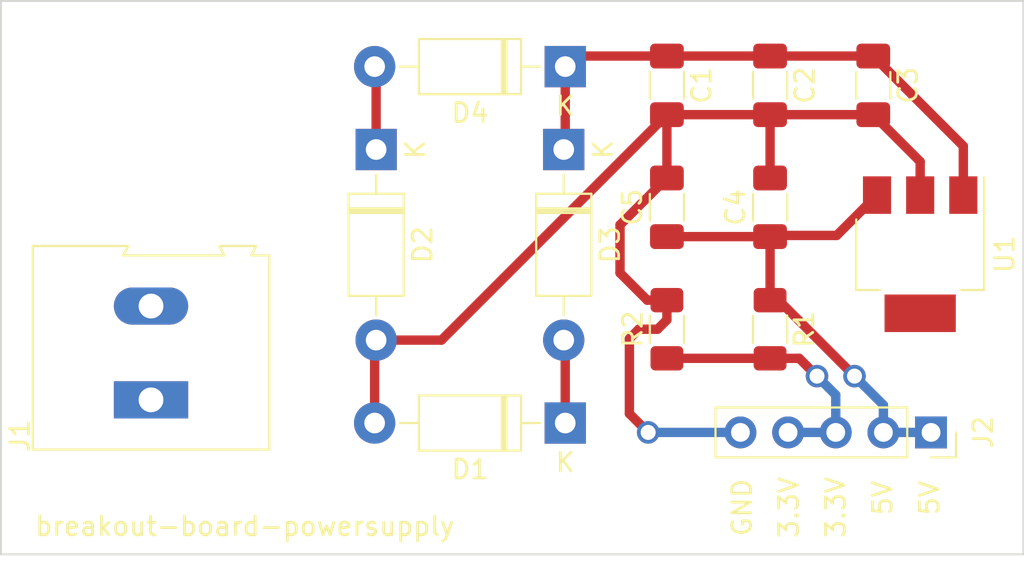
<source format=kicad_pcb>
(kicad_pcb (version 20211014) (generator pcbnew)
  (title_block (title "breakout-board-powersupply") (date "2023-02-03") (rev "v1") (comment 1 "erste Version"))
  (layers (0 "F.Cu" signal) (31 "B.Cu" signal) (34 "B.Paste" user) (35 "F.Paste" user) (36 "B.SilkS" user "B.Silkscreen") (37 "F.SilkS" user "F.Silkscreen") (38 "B.Mask" user) (39 "F.Mask" user) (44 "Edge.Cuts" user))
  (net 0 "")
  (net 1 "Net-(C1-Pad1)")
  (net 2 "GND")
  (net 3 "/+5V")
  (net 4 "Net-(D1-Pad1)")
  (net 5 "Net-(D2-Pad1)")
  (net 6 "/Neutralleiter")
  (net 7 "/Phase")
  (net 8 "/+3.3V")
  (footprint "Connector_PinSocket_2.54mm:PinSocket_1x05_P2.54mm_Vertical" (layer "F.Cu") (at 153.08 103 -90)
    (fp_text reference "J2" (at 0 -2.77 90) (layer "F.SilkS"))
    (fp_text value "Conn_01x05_Female")
    (fp_line (start -1.33 1.27) (end -1.33 11.49) (layer "F.SilkS") (width 0.12))
    (fp_line (start -1.33 1.27) (end 1.33 1.27) (layer "F.SilkS") (width 0.12))
    (fp_line (start 1.33 -1.33) (end 1.33 0) (layer "F.SilkS") (width 0.12))
    (fp_line (start -1.33 11.49) (end 1.33 11.49) (layer "F.SilkS") (width 0.12))
    (fp_line (start 0 -1.33) (end 1.33 -1.33) (layer "F.SilkS") (width 0.12))
    (fp_line (start 1.33 1.27) (end 1.33 11.49) (layer "F.SilkS") (width 0.12))
    (pad "1" thru_hole rect (at 0 0 270) (size 1.7 1.7) (drill 1) (layers *.Cu *.Mask) (net 3 "/+5V"))
    (pad "2" thru_hole oval (at 0 2.54 270) (size 1.7 1.7) (drill 1) (layers *.Cu *.Mask) (net 3 "/+5V"))
    (pad "3" thru_hole oval (at 0 5.08 270) (size 1.7 1.7) (drill 1) (layers *.Cu *.Mask) (net 8 "/+3.3V"))
    (pad "4" thru_hole oval (at 0 7.62 270) (size 1.7 1.7) (drill 1) (layers *.Cu *.Mask) (net 8 "/+3.3V"))
    (pad "5" thru_hole oval (at 0 10.16 270) (size 1.7 1.7) (drill 1) (layers *.Cu *.Mask) (net 2 "GND"))
  )
  (footprint "Package_TO_SOT_SMD:SOT-223" (layer "F.Cu") (at 152.5 93.5 -90)
    (fp_text reference "U1" (at 0 -4.5 90) (layer "F.SilkS"))
    (fp_text value "L7805")
    (fp_line (start 1.91 3.41) (end 1.91 2.15) (layer "F.SilkS") (width 0.12))
    (fp_line (start -4.1 -3.41) (end 1.91 -3.41) (layer "F.SilkS") (width 0.12))
    (fp_line (start 1.91 -3.41) (end 1.91 -2.15) (layer "F.SilkS") (width 0.12))
    (fp_line (start -1.85 3.41) (end 1.91 3.41) (layer "F.SilkS") (width 0.12))
    (pad "1" smd rect (at -3.15 -2.3 270) (size 2 1.5) (layers "F.Cu" "F.Paste" "F.Mask") (net 1 "Net-(C1-Pad1)"))
    (pad "2" smd rect (at -3.15 0 270) (size 2 1.5) (layers "F.Cu" "F.Paste" "F.Mask") (net 2 "GND"))
    (pad "3" smd rect (at -3.15 2.3 270) (size 2 1.5) (layers "F.Cu" "F.Paste" "F.Mask") (net 3 "/+5V"))
    (pad "4" smd rect (at 3.15 0 270) (size 2 3.8) (layers "F.Cu" "F.Paste" "F.Mask"))
  )
  (footprint "TerminalBlock:TerminalBlock_Altech_AK300-2_P5.00mm" (layer "F.Cu") (at 111.5 101.265 90)
    (fp_text reference "J1" (at -1.92 -6.99 90) (layer "F.SilkS"))
    (fp_text value "Screw_Terminal_01x02")
    (fp_line (start -2.65 6.3) (end 7.7 6.3) (layer "F.SilkS") (width 0.12))
    (fp_line (start 8.2 -1.2) (end 8.2 -6.3) (layer "F.SilkS") (width 0.12))
    (fp_line (start -2.65 -6.3) (end -2.65 6.3) (layer "F.SilkS") (width 0.12))
    (fp_line (start 7.7 5.35) (end 8.2 5.6) (layer "F.SilkS") (width 0.12))
    (fp_line (start 7.7 3.9) (end 7.7 -1.5) (layer "F.SilkS") (width 0.12))
    (fp_line (start 8.2 3.65) (end 7.7 3.9) (layer "F.SilkS") (width 0.12))
    (fp_line (start 7.7 -1.5) (end 8.2 -1.2) (layer "F.SilkS") (width 0.12))
    (fp_line (start 8.2 -6.3) (end -2.65 -6.3) (layer "F.SilkS") (width 0.12))
    (fp_line (start 7.7 6.3) (end 7.7 5.35) (layer "F.SilkS") (width 0.12))
    (fp_line (start 8.2 5.6) (end 8.2 3.7) (layer "F.SilkS") (width 0.12))
    (fp_line (start 8.2 3.7) (end 8.2 3.65) (layer "F.SilkS") (width 0.12))
    (pad "1" thru_hole rect (at 0 0 90) (size 1.98 3.96) (drill 1.32) (layers *.Cu *.Mask) (net 6 "/Neutralleiter"))
    (pad "2" thru_hole oval (at 5 0 90) (size 1.98 3.96) (drill 1.32) (layers *.Cu *.Mask) (net 7 "/Phase"))
  )
  (footprint "Capacitor_SMD:C_1206_3216Metric_Pad1.33x1.80mm_HandSolder" (layer "F.Cu") (at 144.5 84.5 -90)
    (fp_text reference "C2" (at 0 -1.85 90) (layer "F.SilkS"))
    (fp_text value "100n")
    (fp_line (start -0.711252 0.91) (end 0.711252 0.91) (layer "F.SilkS") (width 0.12))
    (fp_line (start -0.711252 -0.91) (end 0.711252 -0.91) (layer "F.SilkS") (width 0.12))
    (pad "1" smd roundrect (at -1.5625 0 270) (size 1.325 1.8) (layers "F.Cu" "F.Paste" "F.Mask") (roundrect_rratio 0.188679) (net 1 "Net-(C1-Pad1)"))
    (pad "2" smd roundrect (at 1.5625 0 270) (size 1.325 1.8) (layers "F.Cu" "F.Paste" "F.Mask") (roundrect_rratio 0.188679) (net 2 "GND"))
  )
  (footprint "Diode_THT:D_DO-41_SOD81_P10.16mm_Horizontal" (layer "F.Cu") (at 123.5 87.92 -90)
    (fp_text reference "D2" (at 5.08 -2.47 90) (layer "F.SilkS"))
    (fp_text value "1N4002")
    (fp_text user "K" (at 0 -2.1 90) (layer "F.SilkS"))
    (fp_line (start 2.36 -1.47) (end 2.36 1.47) (layer "F.SilkS") (width 0.12))
    (fp_line (start 7.8 1.47) (end 7.8 -1.47) (layer "F.SilkS") (width 0.12))
    (fp_line (start 3.26 -1.47) (end 3.26 1.47) (layer "F.SilkS") (width 0.12))
    (fp_line (start 1.34 0) (end 2.36 0) (layer "F.SilkS") (width 0.12))
    (fp_line (start 8.82 0) (end 7.8 0) (layer "F.SilkS") (width 0.12))
    (fp_line (start 3.38 -1.47) (end 3.38 1.47) (layer "F.SilkS") (width 0.12))
    (fp_line (start 7.8 -1.47) (end 2.36 -1.47) (layer "F.SilkS") (width 0.12))
    (fp_line (start 3.14 -1.47) (end 3.14 1.47) (layer "F.SilkS") (width 0.12))
    (fp_line (start 2.36 1.47) (end 7.8 1.47) (layer "F.SilkS") (width 0.12))
    (pad "1" thru_hole rect (at 0 0 270) (size 2.2 2.2) (drill 1.1) (layers *.Cu *.Mask) (net 5 "Net-(D2-Pad1)"))
    (pad "2" thru_hole oval (at 10.16 0 270) (size 2.2 2.2) (drill 1.1) (layers *.Cu *.Mask) (net 2 "GND"))
  )
  (footprint "Resistor_SMD:R_1206_3216Metric_Pad1.30x1.75mm_HandSolder" (layer "F.Cu") (at 144.5 97.5 -90)
    (fp_text reference "R1" (at 0 -1.82 90) (layer "F.SilkS"))
    (fp_text value "1k")
    (fp_line (start -0.727064 0.91) (end 0.727064 0.91) (layer "F.SilkS") (width 0.12))
    (fp_line (start -0.727064 -0.91) (end 0.727064 -0.91) (layer "F.SilkS") (width 0.12))
    (pad "1" smd roundrect (at -1.55 0 270) (size 1.3 1.75) (layers "F.Cu" "F.Paste" "F.Mask") (roundrect_rratio 0.192308) (net 3 "/+5V"))
    (pad "2" smd roundrect (at 1.55 0 270) (size 1.3 1.75) (layers "F.Cu" "F.Paste" "F.Mask") (roundrect_rratio 0.192308) (net 8 "/+3.3V"))
  )
  (footprint "Resistor_SMD:R_1206_3216Metric_Pad1.30x1.75mm_HandSolder" (layer "F.Cu") (at 139 97.5 90)
    (fp_text reference "R2" (at 0 -1.82 90) (layer "F.SilkS"))
    (fp_text value "2k")
    (fp_line (start -0.727064 0.91) (end 0.727064 0.91) (layer "F.SilkS") (width 0.12))
    (fp_line (start -0.727064 -0.91) (end 0.727064 -0.91) (layer "F.SilkS") (width 0.12))
    (pad "1" smd roundrect (at -1.55 0 90) (size 1.3 1.75) (layers "F.Cu" "F.Paste" "F.Mask") (roundrect_rratio 0.192308) (net 8 "/+3.3V"))
    (pad "2" smd roundrect (at 1.55 0 90) (size 1.3 1.75) (layers "F.Cu" "F.Paste" "F.Mask") (roundrect_rratio 0.192308) (net 2 "GND"))
  )
  (footprint "Capacitor_SMD:C_1206_3216Metric_Pad1.33x1.80mm_HandSolder" (layer "F.Cu") (at 139 84.5 -90)
    (fp_text reference "C1" (at 0 -1.85 90) (layer "F.SilkS"))
    (fp_text value "470u")
    (fp_line (start -0.711252 -0.91) (end 0.711252 -0.91) (layer "F.SilkS") (width 0.12))
    (fp_line (start -0.711252 0.91) (end 0.711252 0.91) (layer "F.SilkS") (width 0.12))
    (pad "1" smd roundrect (at -1.5625 0 270) (size 1.325 1.8) (layers "F.Cu" "F.Paste" "F.Mask") (roundrect_rratio 0.188679) (net 1 "Net-(C1-Pad1)"))
    (pad "2" smd roundrect (at 1.5625 0 270) (size 1.325 1.8) (layers "F.Cu" "F.Paste" "F.Mask") (roundrect_rratio 0.188679) (net 2 "GND"))
  )
  (footprint "Capacitor_SMD:C_1206_3216Metric_Pad1.33x1.80mm_HandSolder" (layer "F.Cu") (at 150 84.5 -90)
    (fp_text reference "C3" (at 0 -1.85 90) (layer "F.SilkS"))
    (fp_text value "0.1u")
    (fp_line (start -0.711252 0.91) (end 0.711252 0.91) (layer "F.SilkS") (width 0.12))
    (fp_line (start -0.711252 -0.91) (end 0.711252 -0.91) (layer "F.SilkS") (width 0.12))
    (pad "1" smd roundrect (at -1.5625 0 270) (size 1.325 1.8) (layers "F.Cu" "F.Paste" "F.Mask") (roundrect_rratio 0.188679) (net 1 "Net-(C1-Pad1)"))
    (pad "2" smd roundrect (at 1.5625 0 270) (size 1.325 1.8) (layers "F.Cu" "F.Paste" "F.Mask") (roundrect_rratio 0.188679) (net 2 "GND"))
  )
  (footprint "Diode_THT:D_DO-41_SOD81_P10.16mm_Horizontal" (layer "F.Cu") (at 133.58 102.5 180)
    (fp_text reference "D1" (at 5.08 -2.47) (layer "F.SilkS"))
    (fp_text value "1N4002")
    (fp_text user "K" (at 0 -2.1) (layer "F.SilkS"))
    (fp_line (start 3.26 -1.47) (end 3.26 1.47) (layer "F.SilkS") (width 0.12))
    (fp_line (start 7.8 1.47) (end 7.8 -1.47) (layer "F.SilkS") (width 0.12))
    (fp_line (start 8.82 0) (end 7.8 0) (layer "F.SilkS") (width 0.12))
    (fp_line (start 2.36 1.47) (end 7.8 1.47) (layer "F.SilkS") (width 0.12))
    (fp_line (start 7.8 -1.47) (end 2.36 -1.47) (layer "F.SilkS") (width 0.12))
    (fp_line (start 3.14 -1.47) (end 3.14 1.47) (layer "F.SilkS") (width 0.12))
    (fp_line (start 3.38 -1.47) (end 3.38 1.47) (layer "F.SilkS") (width 0.12))
    (fp_line (start 2.36 -1.47) (end 2.36 1.47) (layer "F.SilkS") (width 0.12))
    (fp_line (start 1.34 0) (end 2.36 0) (layer "F.SilkS") (width 0.12))
    (pad "1" thru_hole rect (at 0 0 180) (size 2.2 2.2) (drill 1.1) (layers *.Cu *.Mask) (net 4 "Net-(D1-Pad1)"))
    (pad "2" thru_hole oval (at 10.16 0 180) (size 2.2 2.2) (drill 1.1) (layers *.Cu *.Mask) (net 2 "GND"))
  )
  (footprint "Diode_THT:D_DO-41_SOD81_P10.16mm_Horizontal" (layer "F.Cu") (at 133.58 83.5 180)
    (fp_text reference "D4" (at 5.08 -2.47) (layer "F.SilkS"))
    (fp_text value "1N4002")
    (fp_text user "K" (at 0 -2.1) (layer "F.SilkS"))
    (fp_line (start 2.36 -1.47) (end 2.36 1.47) (layer "F.SilkS") (width 0.12))
    (fp_line (start 3.38 -1.47) (end 3.38 1.47) (layer "F.SilkS") (width 0.12))
    (fp_line (start 8.82 0) (end 7.8 0) (layer "F.SilkS") (width 0.12))
    (fp_line (start 3.26 -1.47) (end 3.26 1.47) (layer "F.SilkS") (width 0.12))
    (fp_line (start 3.14 -1.47) (end 3.14 1.47) (layer "F.SilkS") (width 0.12))
    (fp_line (start 2.36 1.47) (end 7.8 1.47) (layer "F.SilkS") (width 0.12))
    (fp_line (start 1.34 0) (end 2.36 0) (layer "F.SilkS") (width 0.12))
    (fp_line (start 7.8 -1.47) (end 2.36 -1.47) (layer "F.SilkS") (width 0.12))
    (fp_line (start 7.8 1.47) (end 7.8 -1.47) (layer "F.SilkS") (width 0.12))
    (pad "1" thru_hole rect (at 0 0 180) (size 2.2 2.2) (drill 1.1) (layers *.Cu *.Mask) (net 1 "Net-(C1-Pad1)"))
    (pad "2" thru_hole oval (at 10.16 0 180) (size 2.2 2.2) (drill 1.1) (layers *.Cu *.Mask) (net 5 "Net-(D2-Pad1)"))
  )
  (footprint "Diode_THT:D_DO-41_SOD81_P10.16mm_Horizontal" (layer "F.Cu") (at 133.5 87.92 -90)
    (fp_text reference "D3" (at 5.08 -2.47 90) (layer "F.SilkS"))
    (fp_text value "1N4002")
    (fp_text user "K" (at 0 -2.1 90) (layer "F.SilkS"))
    (fp_line (start 3.26 -1.47) (end 3.26 1.47) (layer "F.SilkS") (width 0.12))
    (fp_line (start 2.36 1.47) (end 7.8 1.47) (layer "F.SilkS") (width 0.12))
    (fp_line (start 3.14 -1.47) (end 3.14 1.47) (layer "F.SilkS") (width 0.12))
    (fp_line (start 8.82 0) (end 7.8 0) (layer "F.SilkS") (width 0.12))
    (fp_line (start 3.38 -1.47) (end 3.38 1.47) (layer "F.SilkS") (width 0.12))
    (fp_line (start 1.34 0) (end 2.36 0) (layer "F.SilkS") (width 0.12))
    (fp_line (start 2.36 -1.47) (end 2.36 1.47) (layer "F.SilkS") (width 0.12))
    (fp_line (start 7.8 1.47) (end 7.8 -1.47) (layer "F.SilkS") (width 0.12))
    (fp_line (start 7.8 -1.47) (end 2.36 -1.47) (layer "F.SilkS") (width 0.12))
    (pad "1" thru_hole rect (at 0 0 270) (size 2.2 2.2) (drill 1.1) (layers *.Cu *.Mask) (net 1 "Net-(C1-Pad1)"))
    (pad "2" thru_hole oval (at 10.16 0 270) (size 2.2 2.2) (drill 1.1) (layers *.Cu *.Mask) (net 4 "Net-(D1-Pad1)"))
  )
  (footprint "Capacitor_SMD:C_1206_3216Metric_Pad1.33x1.80mm_HandSolder" (layer "F.Cu") (at 139 91 90)
    (fp_text reference "C5" (at 0 -1.85 90) (layer "F.SilkS"))
    (fp_text value "220u")
    (fp_line (start -0.711252 -0.91) (end 0.711252 -0.91) (layer "F.SilkS") (width 0.12))
    (fp_line (start -0.711252 0.91) (end 0.711252 0.91) (layer "F.SilkS") (width 0.12))
    (pad "1" smd roundrect (at -1.5625 0 90) (size 1.325 1.8) (layers "F.Cu" "F.Paste" "F.Mask") (roundrect_rratio 0.188679) (net 3 "/+5V"))
    (pad "2" smd roundrect (at 1.5625 0 90) (size 1.325 1.8) (layers "F.Cu" "F.Paste" "F.Mask") (roundrect_rratio 0.188679) (net 2 "GND"))
  )
  (footprint "Capacitor_SMD:C_1206_3216Metric_Pad1.33x1.80mm_HandSolder" (layer "F.Cu") (at 144.5 91 90)
    (fp_text reference "C4" (at 0 -1.85 90) (layer "F.SilkS"))
    (fp_text value "0.1u")
    (fp_line (start -0.711252 -0.91) (end 0.711252 -0.91) (layer "F.SilkS") (width 0.12))
    (fp_line (start -0.711252 0.91) (end 0.711252 0.91) (layer "F.SilkS") (width 0.12))
    (pad "1" smd roundrect (at -1.5625 0 90) (size 1.325 1.8) (layers "F.Cu" "F.Paste" "F.Mask") (roundrect_rratio 0.188679) (net 3 "/+5V"))
    (pad "2" smd roundrect (at 1.5625 0 90) (size 1.325 1.8) (layers "F.Cu" "F.Paste" "F.Mask") (roundrect_rratio 0.188679) (net 2 "GND"))
  )
  (gr_rect (start 158 109.5) (end 103.5 80) (layer "Edge.Cuts") (width 0.1) (fill none))
  (gr_text "5V" (at 153 106.5 90) (layer "F.SilkS") (effects (font (size 1 1))))
  (gr_text "breakout-board-powersupply" (at 116.5 108) (layer "F.SilkS") (effects (font (size 1 1))))
  (gr_text "3.3V\n" (at 145.5 107 90) (layer "F.SilkS") (effects (font (size 1 1))))
  (gr_text "5V" (at 150.5 106.5 90) (layer "F.SilkS") (effects (font (size 1 1))))
  (gr_text "GND\n" (at 143 107 90) (layer "F.SilkS") (effects (font (size 1 1))))
  (gr_text "3.3V\n" (at 148 107 90) (layer "F.SilkS") (effects (font (size 1 1))))
  (segment (start 139 82.9375) (end 144.5 82.9375) (width 0.5) (layer "F.Cu") (net 1))
  (segment (start 133.58 83.5) (end 133.58 87.84) (width 0.5) (layer "F.Cu") (net 1))
  (segment (start 154.8 87.7375) (end 154.8 90.35) (width 0.5) (layer "F.Cu") (net 1))
  (segment (start 134.0625 82.9375) (end 139 82.9375) (width 0.5) (layer "F.Cu") (net 1))
  (segment (start 133.58 83.5) (end 133.58 83.42) (width 0.5) (layer "F.Cu") (net 1))
  (segment (start 133.58 83.42) (end 134.0625 82.9375) (width 0.5) (layer "F.Cu") (net 1))
  (segment (start 133.58 87.84) (end 133.5 87.92) (width 0.5) (layer "F.Cu") (net 1))
  (segment (start 150 82.9375) (end 154.8 87.7375) (width 0.5) (layer "F.Cu") (net 1))
  (segment (start 150 82.9375) (end 144.5 82.9375) (width 0.5) (layer "F.Cu") (net 1))
  (segment (start 123.42 102.5) (end 123.42 98.16) (width 0.5) (layer "F.Cu") (net 2))
  (segment (start 137.5 97.5) (end 137 98) (width 0.5) (layer "F.Cu") (net 2))
  (segment (start 123.42 98.16) (end 123.5 98.08) (width 0.5) (layer "F.Cu") (net 2))
  (segment (start 144.5 89.4375) (end 144.5 86.0625) (width 0.5) (layer "F.Cu") (net 2))
  (segment (start 138.5 97.5) (end 137.5 97.5) (width 0.5) (layer "F.Cu") (net 2))
  (segment (start 139 95.95) (end 139 97) (width 0.5) (layer "F.Cu") (net 2))
  (segment (start 136.5 94.5) (end 136.5 91.9375) (width 0.5) (layer "F.Cu") (net 2))
  (segment (start 137 98) (end 137 102) (width 0.5) (layer "F.Cu") (net 2))
  (segment (start 152.5 90.35) (end 152.5 88.5625) (width 0.5) (layer "F.Cu") (net 2))
  (segment (start 139 86.0625) (end 126.9825 98.08) (width 0.5) (layer "F.Cu") (net 2))
  (segment (start 126.9825 98.08) (end 123.5 98.08) (width 0.5) (layer "F.Cu") (net 2))
  (segment (start 139 97) (end 138.5 97.5) (width 0.5) (layer "F.Cu") (net 2))
  (segment (start 144.5 86.0625) (end 139 86.0625) (width 0.5) (layer "F.Cu") (net 2))
  (segment (start 137.95 95.95) (end 136.5 94.5) (width 0.5) (layer "F.Cu") (net 2))
  (segment (start 137 102) (end 138 103) (width 0.5) (layer "F.Cu") (net 2))
  (segment (start 150 86.0625) (end 144.5 86.0625) (width 0.5) (layer "F.Cu") (net 2))
  (segment (start 139 86.0625) (end 139 89.4375) (width 0.5) (layer "F.Cu") (net 2))
  (segment (start 152.5 88.5625) (end 150 86.0625) (width 0.5) (layer "F.Cu") (net 2))
  (segment (start 136.5 91.9375) (end 139 89.4375) (width 0.5) (layer "F.Cu") (net 2))
  (segment (start 139 95.95) (end 137.95 95.95) (width 0.5) (layer "F.Cu") (net 2))
  (via (at 138 103) (size 1.2) (drill 0.8) (layers "F.Cu" "B.Cu") (net 2))
  (segment (start 138 103) (end 142.92 103) (width 0.5) (layer "B.Cu") (net 2))
  (segment (start 148.05 92.5) (end 144.5625 92.5) (width 0.5) (layer "F.Cu") (net 3))
  (segment (start 139 92.5625) (end 144.5 92.5625) (width 0.5) (layer "F.Cu") (net 3))
  (segment (start 144.5625 92.5) (end 144.5 92.5625) (width 0.5) (layer "F.Cu") (net 3))
  (segment (start 144.5 95.95) (end 144.5 92.5625) (width 0.5) (layer "F.Cu") (net 3))
  (segment (start 149 100) (end 144.95 95.95) (width 0.5) (layer "F.Cu") (net 3))
  (segment (start 144.95 95.95) (end 144.5 95.95) (width 0.5) (layer "F.Cu") (net 3))
  (segment (start 150.2 90.35) (end 148.05 92.5) (width 0.5) (layer "F.Cu") (net 3))
  (via (at 149 100) (size 1.2) (drill 0.8) (layers "F.Cu" "B.Cu") (net 3))
  (segment (start 150.54 101.54) (end 149 100) (width 0.5) (layer "B.Cu") (net 3))
  (segment (start 153.08 103) (end 150.54 103) (width 0.5) (layer "B.Cu") (net 3))
  (segment (start 150.54 103) (end 150.54 101.54) (width 0.5) (layer "B.Cu") (net 3))
  (segment (start 133.58 98.16) (end 133.5 98.08) (width 0.5) (layer "F.Cu") (net 4))
  (segment (start 133.58 102.5) (end 133.58 98.16) (width 0.5) (layer "F.Cu") (net 4))
  (segment (start 123.5 83.58) (end 123.42 83.5) (width 0.5) (layer "F.Cu") (net 5))
  (segment (start 123.5 87.92) (end 123.5 83.58) (width 0.5) (layer "F.Cu") (net 5))
  (segment (start 139 99.05) (end 144.5 99.05) (width 0.5) (layer "F.Cu") (net 8))
  (segment (start 146.05 99.05) (end 147 100) (width 0.5) (layer "F.Cu") (net 8))
  (segment (start 144.5 99.05) (end 146.05 99.05) (width 0.5) (layer "F.Cu") (net 8))
  (segment (start 145.08 102.62) (end 145.46 103) (width 0.5) (layer "F.Cu") (net 8))
  (via (at 147 100) (size 1.2) (drill 0.8) (layers "F.Cu" "B.Cu") (net 8))
  (segment (start 145.46 103) (end 148 103) (width 0.5) (layer "B.Cu") (net 8))
  (segment (start 147 100) (end 148 101) (width 0.5) (layer "B.Cu") (net 8))
  (segment (start 148 101) (end 148 103) (width 0.5) (layer "B.Cu") (net 8))
)
</source>
